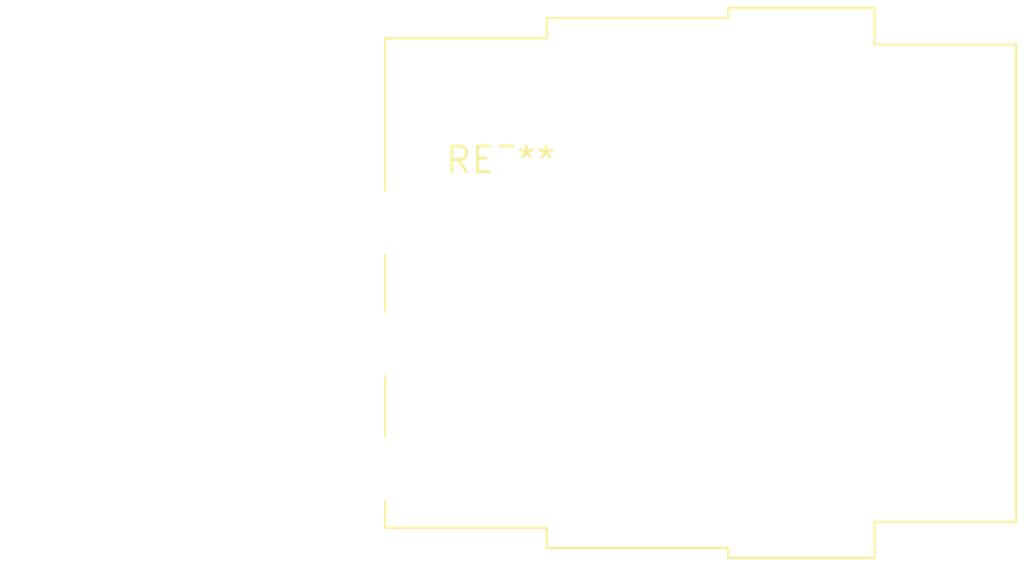
<source format=kicad_pcb>
(kicad_pcb (version 20240108) (generator pcbnew)
  (layers (0 "F.Cu" signal) (31 "B.Cu" signal) (34 "B.Paste" user) (35 "F.Paste" user) (36 "B.SilkS" user "B.Silkscreen") (37 "F.SilkS" user "F.Silkscreen") (38 "B.Mask" user) (39 "F.Mask" user) (44 "Edge.Cuts" user))
  (net 0 "")
  (footprint "Jack_XLR-6.35mm_Neutrik_NCJ9FI-H-0_Horizontal" (layer "F.Cu") (at 0 0)
    (property "Reference" "REF**")
    (property "Value" "Jack_XLR-6.35mm_Neutrik_NCJ9FI-H-0_Horizontal")
    (fp_line (start -5.72 -6.02) (end -5.72 1.5) (layer "F.SilkS") (stroke (width 0.12)))
    (fp_line (start -5.72 4.7) (end -5.72 7.5) (layer "F.SilkS") (stroke (width 0.12)))
    (fp_line (start -5.72 10.7) (end -5.72 13.7) (layer "F.SilkS") (stroke (width 0.12)))
    (fp_line (start -5.72 16.9) (end -5.72 18.22) (layer "F.SilkS") (stroke (width 0.12)))
    (fp_line (start 2.28 -7.02) (end 2.28 -6.02) (layer "F.SilkS") (stroke (width 0.12)))
    (fp_line (start 2.28 -6.02) (end -5.72 -6.02) (layer "F.SilkS") (stroke (width 0.12)))
    (fp_line (start 2.28 18.22) (end -5.72 18.22) (layer "F.SilkS") (stroke (width 0.12)))
    (fp_line (start 2.28 19.22) (end 2.28 18.22) (layer "F.SilkS") (stroke (width 0.12)))
    (fp_line (start 11.28 -7.02) (end 2.28 -7.02) (layer "F.SilkS") (stroke (width 0.12)))
    (fp_line (start 11.28 -7.02) (end 11.28 -7.52) (layer "F.SilkS") (stroke (width 0.12)))
    (fp_line (start 11.28 19.22) (end 2.28 19.22) (layer "F.SilkS") (stroke (width 0.12)))
    (fp_line (start 11.28 19.72) (end 11.28 19.22) (layer "F.SilkS") (stroke (width 0.12)))
    (fp_line (start 18.52 -7.52) (end 11.28 -7.52) (layer "F.SilkS") (stroke (width 0.12)))
    (fp_line (start 18.52 -7.52) (end 18.52 -5.72) (layer "F.SilkS") (stroke (width 0.12)))
    (fp_line (start 18.52 -5.72) (end 25.52 -5.72) (layer "F.SilkS") (stroke (width 0.12)))
    (fp_line (start 18.52 17.92) (end 18.52 19.72) (layer "F.SilkS") (stroke (width 0.12)))
    (fp_line (start 18.52 17.92) (end 25.52 17.92) (layer "F.SilkS") (stroke (width 0.12)))
    (fp_line (start 18.52 19.72) (end 11.28 19.72) (layer "F.SilkS") (stroke (width 0.12)))
    (fp_line (start 25.52 -5.72) (end 25.52 17.92) (layer "F.SilkS") (stroke (width 0.12)))
    (pad "" np_thru_hole circle (at 11.4 2.1) (size 2.1 2.1) (drill 2.1) (layers *.Cu *.Mask))
    (pad "1" thru_hole circle (at 0 0) (size 2.9 2.9) (drill 1.2) (layers *.Cu *.Mask) (remove_unused_layers))
    (pad "2" thru_hole circle (at 0 12.2) (size 2.9 2.9) (drill 1.2) (layers *.Cu *.Mask) (remove_unused_layers))
    (pad "3" thru_hole circle (at 0 6.1) (size 2.9 2.9) (drill 1.2) (layers *.Cu *.Mask) (remove_unused_layers))
    (pad "G" thru_hole circle (at 7.3 6.1) (size 2.9 2.9) (drill 1.2) (layers *.Cu *.Mask) (remove_unused_layers))
    (pad "R" thru_hole circle (at 3.9 0.9) (size 2.9 2.9) (drill 1.2) (layers *.Cu *.Mask) (remove_unused_layers))
    (pad "RN" thru_hole circle (at -6.6 3.1) (size 2.9 2.9) (drill 1.2) (layers *.Cu *.Mask) (remove_unused_layers))
    (pad "S" thru_hole circle (at 7.3 11.3) (size 2.9 2.9) (drill 1.2) (layers *.Cu *.Mask) (remove_unused_layers))
    (pad "SN" thru_hole circle (at 3.9 9.1) (size 2.9 2.9) (drill 1.2) (layers *.Cu *.Mask) (remove_unused_layers))
    (pad "T" thru_hole circle (at -6.6 15.3) (size 2.9 2.9) (drill 1.2) (layers *.Cu *.Mask) (remove_unused_layers))
    (pad "TN" thru_hole circle (at -6.6 9.1) (size 2.9 2.9) (drill 1.2) (layers *.Cu *.Mask) (remove_unused_layers))
  )
)
</source>
